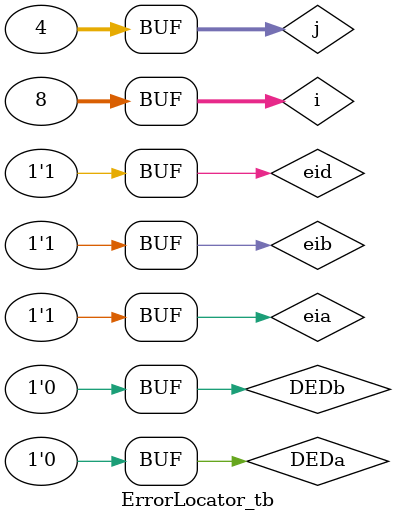
<source format=v>
`timescale 1ns / 1ps


module ErrorLocator_tb;

reg DEDa, DEDb, eia,eib,eid;
wire diplus22;
integer i,j;

DSErrorLocator el(.eia(eia), .eib(eib), .eid(eid), .DEDa(DEDa), .DEDb(DEDb), .diplus22(diplus22));

initial begin

eia <= 0;
eib <= 0;
eid <= 0;
DEDa <= 0;
DEDb <= 0;

$monitor("DEDa=%0b DEDb=%0b eia=%0b eib=%0b eid=%0b diplus22=%0b", DEDa, DEDb, eia,eib,eid, diplus22);

for(i=0; i<8; i=i+1)
begin
{eia,eib,eid}=i;
#10;
end

for(j=0; j<4; j=j+1)
begin
{DEDa,DEDb}=i;
#10;
end


end
endmodule

</source>
